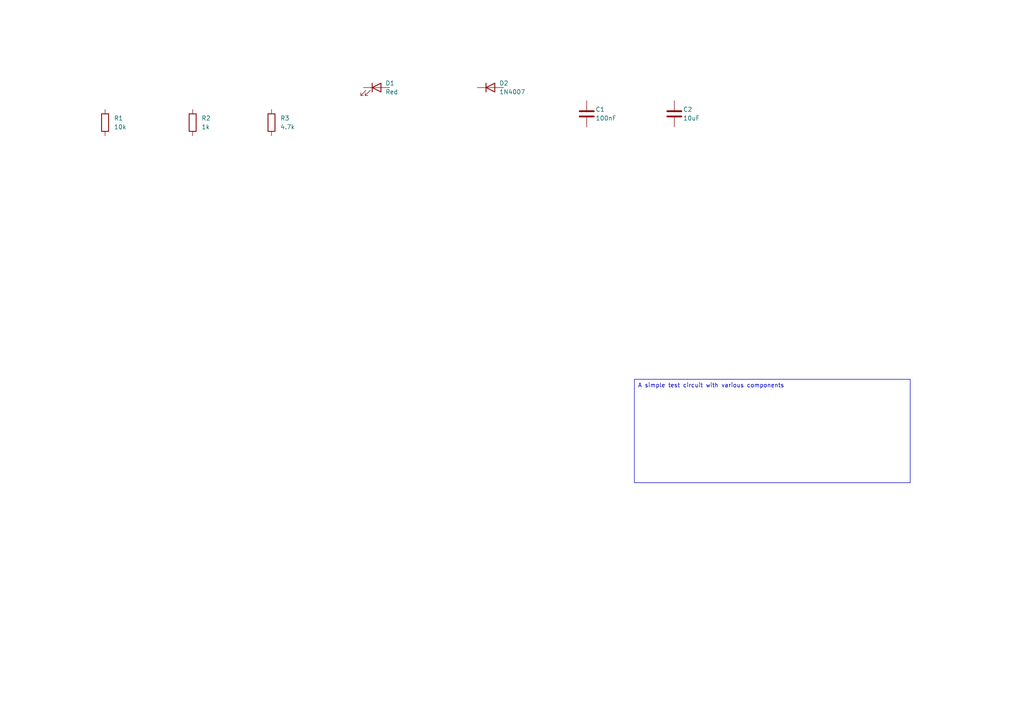
<source format=kicad_sch>
(kicad_sch (version 20250114) (generator "circuit_synth") (generator_version "0.8.36")
  (paper "A4")
  (title_block (title "quick_test_bom"))
  (lib_symbols
    (symbol "Device:R" (pin_numbers (hide yes)) (pin_names (offset 0))
      (property "Reference" "R" (at 2.032 0 90))
      (property "Value" "R" (at 0 0 90))
      (symbol "R_0_1"
        (rectangle (start -1.016 -2.54) (end 1.016 2.54) (stroke (width 0.254)))
      )
      (symbol "R_1_1"
        (pin passive line (at 0 3.81 270) (length 1.27) (name "~") (number "1"))
        (pin passive line (at 0 -3.81 90) (length 1.27) (name "~") (number "2"))
      )
    )
    (symbol "Device:C" (pin_numbers (hide yes)) (pin_names (offset 0.254))
      (property "Reference" "C" (at 0.635 2.54 0))
      (property "Value" "C" (at 0.635 -2.54 0))
      (symbol "C_0_1"
        (polyline (pts (xy -2.032 0.762) (xy 2.032 0.762)) (stroke (width 0.508)))
        (polyline (pts (xy -2.032 -0.762) (xy 2.032 -0.762)) (stroke (width 0.508)))
      )
      (symbol "C_1_1"
        (pin passive line (at 0 3.81 270) (length 2.794) (name "~") (number "1"))
        (pin passive line (at 0 -3.81 90) (length 2.794) (name "~") (number "2"))
      )
    )
    (symbol "Device:LED" (pin_numbers (hide yes)) (pin_names (offset 1.016) (hide yes))
      (property "Reference" "D" (at 0 2.54 0))
      (property "Value" "LED" (at 0 -2.54 0))
      (symbol "LED_0_1"
        (polyline (pts (xy -3.048 -0.762) (xy -4.572 -2.286) (xy -3.81 -2.286) (xy -4.572 -2.286) (xy -4.572 -1.524)))
        (polyline (pts (xy -1.778 -0.762) (xy -3.302 -2.286) (xy -2.54 -2.286) (xy -3.302 -2.286) (xy -3.302 -1.524)))
        (polyline (pts (xy -1.27 0) (xy 1.27 0)))
        (polyline (pts (xy -1.27 -1.27) (xy -1.27 1.27)) (stroke (width 0.254)))
        (polyline (pts (xy 1.27 -1.27) (xy 1.27 1.27) (xy -1.27 0) (xy 1.27 -1.27)) (stroke (width 0.254)))
      )
      (symbol "LED_1_1"
        (pin passive line (at -3.81 0 0) (length 2.54) (name "K") (number "1"))
        (pin passive line (at 3.81 0 180) (length 2.54) (name "A") (number "2"))
      )
    )
    (symbol "Device:D" (pin_numbers (hide yes)) (pin_names (offset 1.016) (hide yes))
      (property "Reference" "D" (at 0 2.54 0))
      (property "Value" "D" (at 0 -2.54 0))
      (symbol "D_0_1"
        (polyline (pts (xy -1.27 1.27) (xy -1.27 -1.27)) (stroke (width 0.254)))
        (polyline (pts (xy 1.27 1.27) (xy 1.27 -1.27) (xy -1.27 0) (xy 1.27 1.27)) (stroke (width 0.254)))
        (polyline (pts (xy 1.27 0) (xy -1.27 0)))
      )
      (symbol "D_1_1"
        (pin passive line (at -3.81 0 0) (length 2.54) (name "K") (number "1"))
        (pin passive line (at 3.81 0 180) (length 2.54) (name "A") (number "2"))
      )
    )
  )
  (symbol (lib_id "Device:R") (at 30.48 35.56 0) (unit 1)
    (property "Reference" "R1" (at 33.02 34.2899 0) (effects (justify left)))
    (property "Value" "10k" (at 33.02 36.8299 0) (effects (justify left)))
    (property "hierarchy_path" "/5357faa6-0ec1-4efd-81f9-7b2ebf399462" (effects (hide yes)))
    (property "project_name" "quick_test_bom" (effects (hide yes)))
    (property "root_uuid" "5357faa6-0ec1-4efd-81f9-7b2ebf399462" (effects (hide yes)))
  )
  (symbol (lib_id "Device:R") (at 55.88 35.56 0) (unit 1)
    (property "Reference" "R2" (at 58.42 34.2899 0) (effects (justify left)))
    (property "Value" "1k" (at 58.42 36.8299 0) (effects (justify left)))
    (property "hierarchy_path" "/5357faa6-0ec1-4efd-81f9-7b2ebf399462" (effects (hide yes)))
    (property "project_name" "quick_test_bom" (effects (hide yes)))
    (property "root_uuid" "5357faa6-0ec1-4efd-81f9-7b2ebf399462" (effects (hide yes)))
  )
  (symbol (lib_id "Device:R") (at 78.74 35.56 0) (unit 1)
    (property "Reference" "R3" (at 81.28 34.2899 0) (effects (justify left)))
    (property "Value" "4.7k" (at 81.28 36.8299 0) (effects (justify left)))
    (property "hierarchy_path" "/5357faa6-0ec1-4efd-81f9-7b2ebf399462" (effects (hide yes)))
    (property "project_name" "quick_test_bom" (effects (hide yes)))
    (property "root_uuid" "5357faa6-0ec1-4efd-81f9-7b2ebf399462" (effects (hide yes)))
  )
  (symbol (lib_id "Device:C") (at 170.18 33.02 0) (unit 1)
    (property "Reference" "C1" (at 172.72 31.7499 0) (effects (justify left)))
    (property "Value" "100nF" (at 172.72 34.2899 0) (effects (justify left)))
    (property "hierarchy_path" "/5357faa6-0ec1-4efd-81f9-7b2ebf399462" (effects (hide yes)))
    (property "project_name" "quick_test_bom" (effects (hide yes)))
    (property "root_uuid" "5357faa6-0ec1-4efd-81f9-7b2ebf399462" (effects (hide yes)))
  )
  (symbol (lib_id "Device:C") (at 195.58 33.02 0) (unit 1)
    (property "Reference" "C2" (at 198.12 31.7499 0) (effects (justify left)))
    (property "Value" "10uF" (at 198.12 34.2899 0) (effects (justify left)))
    (property "hierarchy_path" "/5357faa6-0ec1-4efd-81f9-7b2ebf399462" (effects (hide yes)))
    (property "project_name" "quick_test_bom" (effects (hide yes)))
    (property "root_uuid" "5357faa6-0ec1-4efd-81f9-7b2ebf399462" (effects (hide yes)))
  )
  (symbol (lib_id "Device:LED") (at 109.22 25.4 0) (unit 1)
    (property "Reference" "D1" (at 111.76 24.1299 0) (effects (justify left)))
    (property "Value" "Red" (at 111.76 26.6699 0) (effects (justify left)))
    (property "hierarchy_path" "/5357faa6-0ec1-4efd-81f9-7b2ebf399462" (effects (hide yes)))
    (property "project_name" "quick_test_bom" (effects (hide yes)))
    (property "root_uuid" "5357faa6-0ec1-4efd-81f9-7b2ebf399462" (effects (hide yes)))
  )
  (symbol (lib_id "Device:D") (at 142.24 25.4 0) (unit 1)
    (property "Reference" "D2" (at 144.78 24.1299 0) (effects (justify left)))
    (property "Value" "1N4007" (at 144.78 26.6699 0) (effects (justify left)))
    (property "hierarchy_path" "/5357faa6-0ec1-4efd-81f9-7b2ebf399462" (effects (hide yes)))
    (property "project_name" "quick_test_bom" (effects (hide yes)))
    (property "root_uuid" "5357faa6-0ec1-4efd-81f9-7b2ebf399462" (effects (hide yes)))
  )
  (text_box "A simple test circuit with various components" (at 184 110 0) (size 80 30) (margins 1 1 1 1) (stroke (width 0.0000)) (effects (font (size 1.2 1.2)) (justify left top)))
)
</source>
